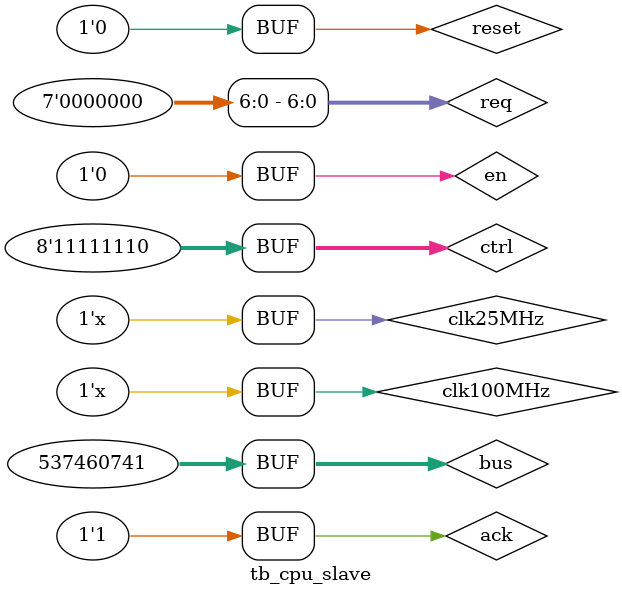
<source format=v>
`timescale 1ns / 1ps

module tb_cpu_slave();

parameter BUS_WIDTH = 32;
parameter CTRL_WIDTH = 8;

reg clk100MHz;
reg clk25MHz;

reg [BUS_WIDTH-1:0] bus;
reg [CTRL_WIDTH-1:0] ctrl;

wire [7:0] req;
assign req[6:0] = 0;

reg ack;
reg en;
                     
wire [BUS_WIDTH-1:0] cpu_out;  
wire [CTRL_WIDTH-1:0] cpu_ctrl_out;     
        
reg reset;
wire [31:0] pc;
wire [31:0] instr;
mips cpu(.clk(clk25MHz),
         .clk100MHz(clk100MHz),
         .reset_ext(reset),
         .bus_ctrl_in(ctrl),
         .bus_master_ack(ack),
         .bus_slave_en(en),
         .bus_ctrl_out(cpu_ctrl_out),
         .bus_req(req[7]),
         .bus_data_in(bus),
         .bus_data_out(cpu_out));

initial begin
    clk100MHz <= 1;
    clk25MHz <= 1;
    reset <= 1;
    ack <= 0;
    en <= 0;
    bus <= 0;
    ctrl <= 8'hFE; //write
    #11
    en <= 1;
    #10
    bus <= 32'hac081050;
    #10
    en <= 0;
    #50
    bus <= 1;
    en <= 1;
    #20
    bus <= 32'h10080001;
    #10
    en <= 0;
    #50
    bus <= 2;
    en <= 1;
    #20
    bus <= 32'h20090005;
    #10
    en <= 0;
    #80
    reset <= 0;
    ack <= 1;
   // #10
   // en <= 1;
end
                
always begin
    #2.5 clk100MHz = ~clk100MHz;
end

always begin
    #10 clk25MHz = ~clk25MHz;
end

endmodule

</source>
